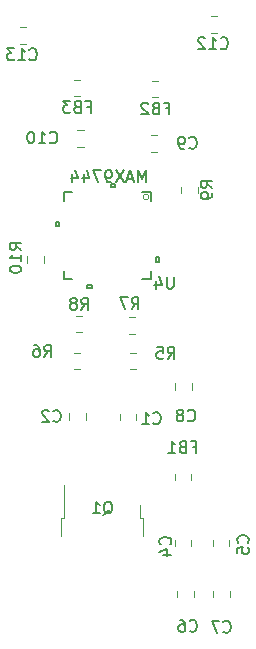
<source format=gbr>
G04 #@! TF.GenerationSoftware,KiCad,Pcbnew,(6.0.7)*
G04 #@! TF.CreationDate,2022-08-21T18:19:36-05:00*
G04 #@! TF.ProjectId,ControlBoardT4_22PinSound_PowerAmp,436f6e74-726f-46c4-926f-61726454345f,rev?*
G04 #@! TF.SameCoordinates,Original*
G04 #@! TF.FileFunction,Legend,Bot*
G04 #@! TF.FilePolarity,Positive*
%FSLAX46Y46*%
G04 Gerber Fmt 4.6, Leading zero omitted, Abs format (unit mm)*
G04 Created by KiCad (PCBNEW (6.0.7)) date 2022-08-21 18:19:36*
%MOMM*%
%LPD*%
G01*
G04 APERTURE LIST*
%ADD10C,0.150000*%
%ADD11C,0.120000*%
%ADD12C,0.152400*%
G04 APERTURE END LIST*
D10*
X119885020Y-98093022D02*
X119408830Y-97759689D01*
X119885020Y-97521594D02*
X118885020Y-97521594D01*
X118885020Y-97902546D01*
X118932640Y-97997784D01*
X118980259Y-98045403D01*
X119075497Y-98093022D01*
X119218354Y-98093022D01*
X119313592Y-98045403D01*
X119361211Y-97997784D01*
X119408830Y-97902546D01*
X119408830Y-97521594D01*
X119885020Y-99045403D02*
X119885020Y-98473975D01*
X119885020Y-98759689D02*
X118885020Y-98759689D01*
X119027878Y-98664451D01*
X119123116Y-98569213D01*
X119170735Y-98473975D01*
X118885020Y-99664451D02*
X118885020Y-99759689D01*
X118932640Y-99854927D01*
X118980259Y-99902546D01*
X119075497Y-99950165D01*
X119265973Y-99997784D01*
X119504068Y-99997784D01*
X119694544Y-99950165D01*
X119789782Y-99902546D01*
X119837401Y-99854927D01*
X119885020Y-99759689D01*
X119885020Y-99664451D01*
X119837401Y-99569213D01*
X119789782Y-99521594D01*
X119694544Y-99473975D01*
X119504068Y-99426356D01*
X119265973Y-99426356D01*
X119075497Y-99473975D01*
X118980259Y-99521594D01*
X118932640Y-99569213D01*
X118885020Y-99664451D01*
X132761904Y-100352380D02*
X132761904Y-101161904D01*
X132714285Y-101257142D01*
X132666666Y-101304761D01*
X132571428Y-101352380D01*
X132380952Y-101352380D01*
X132285714Y-101304761D01*
X132238095Y-101257142D01*
X132190476Y-101161904D01*
X132190476Y-100352380D01*
X131285714Y-100685714D02*
X131285714Y-101352380D01*
X131523809Y-100304761D02*
X131761904Y-101019047D01*
X131142857Y-101019047D01*
X130442857Y-92352380D02*
X130442857Y-91352380D01*
X130109523Y-92066666D01*
X129776190Y-91352380D01*
X129776190Y-92352380D01*
X129347619Y-92066666D02*
X128871428Y-92066666D01*
X129442857Y-92352380D02*
X129109523Y-91352380D01*
X128776190Y-92352380D01*
X128538095Y-91352380D02*
X127871428Y-92352380D01*
X127871428Y-91352380D02*
X128538095Y-92352380D01*
X127442857Y-92352380D02*
X127252380Y-92352380D01*
X127157142Y-92304761D01*
X127109523Y-92257142D01*
X127014285Y-92114285D01*
X126966666Y-91923809D01*
X126966666Y-91542857D01*
X127014285Y-91447619D01*
X127061904Y-91400000D01*
X127157142Y-91352380D01*
X127347619Y-91352380D01*
X127442857Y-91400000D01*
X127490476Y-91447619D01*
X127538095Y-91542857D01*
X127538095Y-91780952D01*
X127490476Y-91876190D01*
X127442857Y-91923809D01*
X127347619Y-91971428D01*
X127157142Y-91971428D01*
X127061904Y-91923809D01*
X127014285Y-91876190D01*
X126966666Y-91780952D01*
X126633333Y-91352380D02*
X125966666Y-91352380D01*
X126395238Y-92352380D01*
X125157142Y-91685714D02*
X125157142Y-92352380D01*
X125395238Y-91304761D02*
X125633333Y-92019047D01*
X125014285Y-92019047D01*
X124204761Y-91685714D02*
X124204761Y-92352380D01*
X124442857Y-91304761D02*
X124680952Y-92019047D01*
X124061904Y-92019047D01*
X136052380Y-92813333D02*
X135576190Y-92480000D01*
X136052380Y-92241904D02*
X135052380Y-92241904D01*
X135052380Y-92622857D01*
X135100000Y-92718095D01*
X135147619Y-92765714D01*
X135242857Y-92813333D01*
X135385714Y-92813333D01*
X135480952Y-92765714D01*
X135528571Y-92718095D01*
X135576190Y-92622857D01*
X135576190Y-92241904D01*
X136052380Y-93289523D02*
X136052380Y-93480000D01*
X136004761Y-93575238D01*
X135957142Y-93622857D01*
X135814285Y-93718095D01*
X135623809Y-93765714D01*
X135242857Y-93765714D01*
X135147619Y-93718095D01*
X135100000Y-93670476D01*
X135052380Y-93575238D01*
X135052380Y-93384761D01*
X135100000Y-93289523D01*
X135147619Y-93241904D01*
X135242857Y-93194285D01*
X135480952Y-93194285D01*
X135576190Y-93241904D01*
X135623809Y-93289523D01*
X135671428Y-93384761D01*
X135671428Y-93575238D01*
X135623809Y-93670476D01*
X135576190Y-93718095D01*
X135480952Y-93765714D01*
X124951086Y-103161820D02*
X125284420Y-102685630D01*
X125522515Y-103161820D02*
X125522515Y-102161820D01*
X125141562Y-102161820D01*
X125046324Y-102209440D01*
X124998705Y-102257059D01*
X124951086Y-102352297D01*
X124951086Y-102495154D01*
X124998705Y-102590392D01*
X125046324Y-102638011D01*
X125141562Y-102685630D01*
X125522515Y-102685630D01*
X124379658Y-102590392D02*
X124474896Y-102542773D01*
X124522515Y-102495154D01*
X124570134Y-102399916D01*
X124570134Y-102352297D01*
X124522515Y-102257059D01*
X124474896Y-102209440D01*
X124379658Y-102161820D01*
X124189181Y-102161820D01*
X124093943Y-102209440D01*
X124046324Y-102257059D01*
X123998705Y-102352297D01*
X123998705Y-102399916D01*
X124046324Y-102495154D01*
X124093943Y-102542773D01*
X124189181Y-102590392D01*
X124379658Y-102590392D01*
X124474896Y-102638011D01*
X124522515Y-102685630D01*
X124570134Y-102780868D01*
X124570134Y-102971344D01*
X124522515Y-103066582D01*
X124474896Y-103114201D01*
X124379658Y-103161820D01*
X124189181Y-103161820D01*
X124093943Y-103114201D01*
X124046324Y-103066582D01*
X123998705Y-102971344D01*
X123998705Y-102780868D01*
X124046324Y-102685630D01*
X124093943Y-102638011D01*
X124189181Y-102590392D01*
X121824346Y-107130840D02*
X122157680Y-106654650D01*
X122395775Y-107130840D02*
X122395775Y-106130840D01*
X122014822Y-106130840D01*
X121919584Y-106178460D01*
X121871965Y-106226079D01*
X121824346Y-106321317D01*
X121824346Y-106464174D01*
X121871965Y-106559412D01*
X121919584Y-106607031D01*
X122014822Y-106654650D01*
X122395775Y-106654650D01*
X120967203Y-106130840D02*
X121157680Y-106130840D01*
X121252918Y-106178460D01*
X121300537Y-106226079D01*
X121395775Y-106368936D01*
X121443394Y-106559412D01*
X121443394Y-106940364D01*
X121395775Y-107035602D01*
X121348156Y-107083221D01*
X121252918Y-107130840D01*
X121062441Y-107130840D01*
X120967203Y-107083221D01*
X120919584Y-107035602D01*
X120871965Y-106940364D01*
X120871965Y-106702269D01*
X120919584Y-106607031D01*
X120967203Y-106559412D01*
X121062441Y-106511793D01*
X121252918Y-106511793D01*
X121348156Y-106559412D01*
X121395775Y-106607031D01*
X121443394Y-106702269D01*
X129205586Y-103097320D02*
X129538920Y-102621130D01*
X129777015Y-103097320D02*
X129777015Y-102097320D01*
X129396062Y-102097320D01*
X129300824Y-102144940D01*
X129253205Y-102192559D01*
X129205586Y-102287797D01*
X129205586Y-102430654D01*
X129253205Y-102525892D01*
X129300824Y-102573511D01*
X129396062Y-102621130D01*
X129777015Y-102621130D01*
X128872253Y-102097320D02*
X128205586Y-102097320D01*
X128634158Y-103097320D01*
X126830378Y-120489959D02*
X126925616Y-120442340D01*
X127020854Y-120347101D01*
X127163711Y-120204244D01*
X127258949Y-120156625D01*
X127354187Y-120156625D01*
X127306568Y-120394720D02*
X127401806Y-120347101D01*
X127497044Y-120251863D01*
X127544663Y-120061387D01*
X127544663Y-119728054D01*
X127497044Y-119537578D01*
X127401806Y-119442340D01*
X127306568Y-119394720D01*
X127116092Y-119394720D01*
X127020854Y-119442340D01*
X126925616Y-119537578D01*
X126877997Y-119728054D01*
X126877997Y-120061387D01*
X126925616Y-120251863D01*
X127020854Y-120347101D01*
X127116092Y-120394720D01*
X127306568Y-120394720D01*
X125925616Y-120394720D02*
X126497044Y-120394720D01*
X126211330Y-120394720D02*
X126211330Y-119394720D01*
X126306568Y-119537578D01*
X126401806Y-119632816D01*
X126497044Y-119680435D01*
X132271366Y-107290860D02*
X132604700Y-106814670D01*
X132842795Y-107290860D02*
X132842795Y-106290860D01*
X132461842Y-106290860D01*
X132366604Y-106338480D01*
X132318985Y-106386099D01*
X132271366Y-106481337D01*
X132271366Y-106624194D01*
X132318985Y-106719432D01*
X132366604Y-106767051D01*
X132461842Y-106814670D01*
X132842795Y-106814670D01*
X131366604Y-106290860D02*
X131842795Y-106290860D01*
X131890414Y-106767051D01*
X131842795Y-106719432D01*
X131747557Y-106671813D01*
X131509461Y-106671813D01*
X131414223Y-106719432D01*
X131366604Y-106767051D01*
X131318985Y-106862289D01*
X131318985Y-107100384D01*
X131366604Y-107195622D01*
X131414223Y-107243241D01*
X131509461Y-107290860D01*
X131747557Y-107290860D01*
X131842795Y-107243241D01*
X131890414Y-107195622D01*
X132084593Y-86086371D02*
X132417926Y-86086371D01*
X132417926Y-86610180D02*
X132417926Y-85610180D01*
X131941736Y-85610180D01*
X131227450Y-86086371D02*
X131084593Y-86133990D01*
X131036974Y-86181609D01*
X130989355Y-86276847D01*
X130989355Y-86419704D01*
X131036974Y-86514942D01*
X131084593Y-86562561D01*
X131179831Y-86610180D01*
X131560783Y-86610180D01*
X131560783Y-85610180D01*
X131227450Y-85610180D01*
X131132212Y-85657800D01*
X131084593Y-85705419D01*
X131036974Y-85800657D01*
X131036974Y-85895895D01*
X131084593Y-85991133D01*
X131132212Y-86038752D01*
X131227450Y-86086371D01*
X131560783Y-86086371D01*
X130608402Y-85705419D02*
X130560783Y-85657800D01*
X130465545Y-85610180D01*
X130227450Y-85610180D01*
X130132212Y-85657800D01*
X130084593Y-85705419D01*
X130036974Y-85800657D01*
X130036974Y-85895895D01*
X130084593Y-86038752D01*
X130656021Y-86610180D01*
X130036974Y-86610180D01*
X136980526Y-130390902D02*
X137028145Y-130438521D01*
X137171002Y-130486140D01*
X137266240Y-130486140D01*
X137409098Y-130438521D01*
X137504336Y-130343283D01*
X137551955Y-130248045D01*
X137599574Y-130057569D01*
X137599574Y-129914712D01*
X137551955Y-129724236D01*
X137504336Y-129628998D01*
X137409098Y-129533760D01*
X137266240Y-129486140D01*
X137171002Y-129486140D01*
X137028145Y-129533760D01*
X136980526Y-129581379D01*
X136647193Y-129486140D02*
X135980526Y-129486140D01*
X136409098Y-130486140D01*
X122297997Y-88960962D02*
X122345616Y-89008581D01*
X122488473Y-89056200D01*
X122583711Y-89056200D01*
X122726568Y-89008581D01*
X122821806Y-88913343D01*
X122869425Y-88818105D01*
X122917044Y-88627629D01*
X122917044Y-88484772D01*
X122869425Y-88294296D01*
X122821806Y-88199058D01*
X122726568Y-88103820D01*
X122583711Y-88056200D01*
X122488473Y-88056200D01*
X122345616Y-88103820D01*
X122297997Y-88151439D01*
X121345616Y-89056200D02*
X121917044Y-89056200D01*
X121631330Y-89056200D02*
X121631330Y-88056200D01*
X121726568Y-88199058D01*
X121821806Y-88294296D01*
X121917044Y-88341915D01*
X120726568Y-88056200D02*
X120631330Y-88056200D01*
X120536092Y-88103820D01*
X120488473Y-88151439D01*
X120440854Y-88246677D01*
X120393235Y-88437153D01*
X120393235Y-88675248D01*
X120440854Y-88865724D01*
X120488473Y-88960962D01*
X120536092Y-89008581D01*
X120631330Y-89056200D01*
X120726568Y-89056200D01*
X120821806Y-89008581D01*
X120869425Y-88960962D01*
X120917044Y-88865724D01*
X120964663Y-88675248D01*
X120964663Y-88437153D01*
X120917044Y-88246677D01*
X120869425Y-88151439D01*
X120821806Y-88103820D01*
X120726568Y-88056200D01*
X133975706Y-112501682D02*
X134023325Y-112549301D01*
X134166182Y-112596920D01*
X134261420Y-112596920D01*
X134404278Y-112549301D01*
X134499516Y-112454063D01*
X134547135Y-112358825D01*
X134594754Y-112168349D01*
X134594754Y-112025492D01*
X134547135Y-111835016D01*
X134499516Y-111739778D01*
X134404278Y-111644540D01*
X134261420Y-111596920D01*
X134166182Y-111596920D01*
X134023325Y-111644540D01*
X133975706Y-111692159D01*
X133404278Y-112025492D02*
X133499516Y-111977873D01*
X133547135Y-111930254D01*
X133594754Y-111835016D01*
X133594754Y-111787397D01*
X133547135Y-111692159D01*
X133499516Y-111644540D01*
X133404278Y-111596920D01*
X133213801Y-111596920D01*
X133118563Y-111644540D01*
X133070944Y-111692159D01*
X133023325Y-111787397D01*
X133023325Y-111835016D01*
X133070944Y-111930254D01*
X133118563Y-111977873D01*
X133213801Y-112025492D01*
X133404278Y-112025492D01*
X133499516Y-112073111D01*
X133547135Y-112120730D01*
X133594754Y-112215968D01*
X133594754Y-112406444D01*
X133547135Y-112501682D01*
X133499516Y-112549301D01*
X133404278Y-112596920D01*
X133213801Y-112596920D01*
X133118563Y-112549301D01*
X133070944Y-112501682D01*
X133023325Y-112406444D01*
X133023325Y-112215968D01*
X133070944Y-112120730D01*
X133118563Y-112073111D01*
X133213801Y-112025492D01*
X134102706Y-89413082D02*
X134150325Y-89460701D01*
X134293182Y-89508320D01*
X134388420Y-89508320D01*
X134531278Y-89460701D01*
X134626516Y-89365463D01*
X134674135Y-89270225D01*
X134721754Y-89079749D01*
X134721754Y-88936892D01*
X134674135Y-88746416D01*
X134626516Y-88651178D01*
X134531278Y-88555940D01*
X134388420Y-88508320D01*
X134293182Y-88508320D01*
X134150325Y-88555940D01*
X134102706Y-88603559D01*
X133626516Y-89508320D02*
X133436040Y-89508320D01*
X133340801Y-89460701D01*
X133293182Y-89413082D01*
X133197944Y-89270225D01*
X133150325Y-89079749D01*
X133150325Y-88698797D01*
X133197944Y-88603559D01*
X133245563Y-88555940D01*
X133340801Y-88508320D01*
X133531278Y-88508320D01*
X133626516Y-88555940D01*
X133674135Y-88603559D01*
X133721754Y-88698797D01*
X133721754Y-88936892D01*
X133674135Y-89032130D01*
X133626516Y-89079749D01*
X133531278Y-89127368D01*
X133340801Y-89127368D01*
X133245563Y-89079749D01*
X133197944Y-89032130D01*
X133150325Y-88936892D01*
X139042982Y-122864313D02*
X139090601Y-122816694D01*
X139138220Y-122673837D01*
X139138220Y-122578599D01*
X139090601Y-122435741D01*
X138995363Y-122340503D01*
X138900125Y-122292884D01*
X138709649Y-122245265D01*
X138566792Y-122245265D01*
X138376316Y-122292884D01*
X138281078Y-122340503D01*
X138185840Y-122435741D01*
X138138220Y-122578599D01*
X138138220Y-122673837D01*
X138185840Y-122816694D01*
X138233459Y-122864313D01*
X138138220Y-123769075D02*
X138138220Y-123292884D01*
X138614411Y-123245265D01*
X138566792Y-123292884D01*
X138519173Y-123388122D01*
X138519173Y-123626218D01*
X138566792Y-123721456D01*
X138614411Y-123769075D01*
X138709649Y-123816694D01*
X138947744Y-123816694D01*
X139042982Y-123769075D01*
X139090601Y-123721456D01*
X139138220Y-123626218D01*
X139138220Y-123388122D01*
X139090601Y-123292884D01*
X139042982Y-123245265D01*
X132469462Y-123021793D02*
X132517081Y-122974174D01*
X132564700Y-122831317D01*
X132564700Y-122736079D01*
X132517081Y-122593221D01*
X132421843Y-122497983D01*
X132326605Y-122450364D01*
X132136129Y-122402745D01*
X131993272Y-122402745D01*
X131802796Y-122450364D01*
X131707558Y-122497983D01*
X131612320Y-122593221D01*
X131564700Y-122736079D01*
X131564700Y-122831317D01*
X131612320Y-122974174D01*
X131659939Y-123021793D01*
X131898034Y-123878936D02*
X132564700Y-123878936D01*
X131517081Y-123640840D02*
X132231367Y-123402745D01*
X132231367Y-124021793D01*
X120566657Y-81930242D02*
X120614276Y-81977861D01*
X120757133Y-82025480D01*
X120852371Y-82025480D01*
X120995228Y-81977861D01*
X121090466Y-81882623D01*
X121138085Y-81787385D01*
X121185704Y-81596909D01*
X121185704Y-81454052D01*
X121138085Y-81263576D01*
X121090466Y-81168338D01*
X120995228Y-81073100D01*
X120852371Y-81025480D01*
X120757133Y-81025480D01*
X120614276Y-81073100D01*
X120566657Y-81120719D01*
X119614276Y-82025480D02*
X120185704Y-82025480D01*
X119899990Y-82025480D02*
X119899990Y-81025480D01*
X119995228Y-81168338D01*
X120090466Y-81263576D01*
X120185704Y-81311195D01*
X119280942Y-81025480D02*
X118661895Y-81025480D01*
X118995228Y-81406433D01*
X118852371Y-81406433D01*
X118757133Y-81454052D01*
X118709514Y-81501671D01*
X118661895Y-81596909D01*
X118661895Y-81835004D01*
X118709514Y-81930242D01*
X118757133Y-81977861D01*
X118852371Y-82025480D01*
X119138085Y-82025480D01*
X119233323Y-81977861D01*
X119280942Y-81930242D01*
X131059786Y-112734202D02*
X131107405Y-112781821D01*
X131250262Y-112829440D01*
X131345500Y-112829440D01*
X131488358Y-112781821D01*
X131583596Y-112686583D01*
X131631215Y-112591345D01*
X131678834Y-112400869D01*
X131678834Y-112258012D01*
X131631215Y-112067536D01*
X131583596Y-111972298D01*
X131488358Y-111877060D01*
X131345500Y-111829440D01*
X131250262Y-111829440D01*
X131107405Y-111877060D01*
X131059786Y-111924679D01*
X130107405Y-112829440D02*
X130678834Y-112829440D01*
X130393120Y-112829440D02*
X130393120Y-111829440D01*
X130488358Y-111972298D01*
X130583596Y-112067536D01*
X130678834Y-112115155D01*
X134373133Y-114737571D02*
X134706466Y-114737571D01*
X134706466Y-115261380D02*
X134706466Y-114261380D01*
X134230276Y-114261380D01*
X133515990Y-114737571D02*
X133373133Y-114785190D01*
X133325514Y-114832809D01*
X133277895Y-114928047D01*
X133277895Y-115070904D01*
X133325514Y-115166142D01*
X133373133Y-115213761D01*
X133468371Y-115261380D01*
X133849323Y-115261380D01*
X133849323Y-114261380D01*
X133515990Y-114261380D01*
X133420752Y-114309000D01*
X133373133Y-114356619D01*
X133325514Y-114451857D01*
X133325514Y-114547095D01*
X133373133Y-114642333D01*
X133420752Y-114689952D01*
X133515990Y-114737571D01*
X133849323Y-114737571D01*
X132325514Y-115261380D02*
X132896942Y-115261380D01*
X132611228Y-115261380D02*
X132611228Y-114261380D01*
X132706466Y-114404238D01*
X132801704Y-114499476D01*
X132896942Y-114547095D01*
X125447573Y-85943131D02*
X125780906Y-85943131D01*
X125780906Y-86466940D02*
X125780906Y-85466940D01*
X125304716Y-85466940D01*
X124590430Y-85943131D02*
X124447573Y-85990750D01*
X124399954Y-86038369D01*
X124352335Y-86133607D01*
X124352335Y-86276464D01*
X124399954Y-86371702D01*
X124447573Y-86419321D01*
X124542811Y-86466940D01*
X124923763Y-86466940D01*
X124923763Y-85466940D01*
X124590430Y-85466940D01*
X124495192Y-85514560D01*
X124447573Y-85562179D01*
X124399954Y-85657417D01*
X124399954Y-85752655D01*
X124447573Y-85847893D01*
X124495192Y-85895512D01*
X124590430Y-85943131D01*
X124923763Y-85943131D01*
X124019001Y-85466940D02*
X123399954Y-85466940D01*
X123733287Y-85847893D01*
X123590430Y-85847893D01*
X123495192Y-85895512D01*
X123447573Y-85943131D01*
X123399954Y-86038369D01*
X123399954Y-86276464D01*
X123447573Y-86371702D01*
X123495192Y-86419321D01*
X123590430Y-86466940D01*
X123876144Y-86466940D01*
X123971382Y-86419321D01*
X124019001Y-86371702D01*
X134125566Y-130312162D02*
X134173185Y-130359781D01*
X134316042Y-130407400D01*
X134411280Y-130407400D01*
X134554138Y-130359781D01*
X134649376Y-130264543D01*
X134696995Y-130169305D01*
X134744614Y-129978829D01*
X134744614Y-129835972D01*
X134696995Y-129645496D01*
X134649376Y-129550258D01*
X134554138Y-129455020D01*
X134411280Y-129407400D01*
X134316042Y-129407400D01*
X134173185Y-129455020D01*
X134125566Y-129502639D01*
X133268423Y-129407400D02*
X133458900Y-129407400D01*
X133554138Y-129455020D01*
X133601757Y-129502639D01*
X133696995Y-129645496D01*
X133744614Y-129835972D01*
X133744614Y-130216924D01*
X133696995Y-130312162D01*
X133649376Y-130359781D01*
X133554138Y-130407400D01*
X133363661Y-130407400D01*
X133268423Y-130359781D01*
X133220804Y-130312162D01*
X133173185Y-130216924D01*
X133173185Y-129978829D01*
X133220804Y-129883591D01*
X133268423Y-129835972D01*
X133363661Y-129788353D01*
X133554138Y-129788353D01*
X133649376Y-129835972D01*
X133696995Y-129883591D01*
X133744614Y-129978829D01*
X122588886Y-112537242D02*
X122636505Y-112584861D01*
X122779362Y-112632480D01*
X122874600Y-112632480D01*
X123017458Y-112584861D01*
X123112696Y-112489623D01*
X123160315Y-112394385D01*
X123207934Y-112203909D01*
X123207934Y-112061052D01*
X123160315Y-111870576D01*
X123112696Y-111775338D01*
X123017458Y-111680100D01*
X122874600Y-111632480D01*
X122779362Y-111632480D01*
X122636505Y-111680100D01*
X122588886Y-111727719D01*
X122207934Y-111727719D02*
X122160315Y-111680100D01*
X122065077Y-111632480D01*
X121826981Y-111632480D01*
X121731743Y-111680100D01*
X121684124Y-111727719D01*
X121636505Y-111822957D01*
X121636505Y-111918195D01*
X121684124Y-112061052D01*
X122255553Y-112632480D01*
X121636505Y-112632480D01*
X136741257Y-80982742D02*
X136788876Y-81030361D01*
X136931733Y-81077980D01*
X137026971Y-81077980D01*
X137169828Y-81030361D01*
X137265066Y-80935123D01*
X137312685Y-80839885D01*
X137360304Y-80649409D01*
X137360304Y-80506552D01*
X137312685Y-80316076D01*
X137265066Y-80220838D01*
X137169828Y-80125600D01*
X137026971Y-80077980D01*
X136931733Y-80077980D01*
X136788876Y-80125600D01*
X136741257Y-80173219D01*
X135788876Y-81077980D02*
X136360304Y-81077980D01*
X136074590Y-81077980D02*
X136074590Y-80077980D01*
X136169828Y-80220838D01*
X136265066Y-80316076D01*
X136360304Y-80363695D01*
X135407923Y-80173219D02*
X135360304Y-80125600D01*
X135265066Y-80077980D01*
X135026971Y-80077980D01*
X134931733Y-80125600D01*
X134884114Y-80173219D01*
X134836495Y-80268457D01*
X134836495Y-80363695D01*
X134884114Y-80506552D01*
X135455542Y-81077980D01*
X134836495Y-81077980D01*
D11*
X120355860Y-99157152D02*
X120355860Y-98634648D01*
X121775860Y-99157152D02*
X121775860Y-98634648D01*
D12*
X130833000Y-100583000D02*
X130109740Y-100583000D01*
X130833000Y-99859740D02*
X130833000Y-100583000D01*
X131264800Y-99090501D02*
X131264800Y-98709501D01*
X125459500Y-101268800D02*
X125459500Y-101014800D01*
X122781200Y-95709499D02*
X122781200Y-96090499D01*
X131518800Y-99090501D02*
X131264800Y-99090501D01*
X131264800Y-98709501D02*
X131518800Y-98709501D01*
X127459499Y-92785200D02*
X127840499Y-92785200D01*
X123467000Y-93217000D02*
X124190260Y-93217000D01*
X130109740Y-93217000D02*
X130833000Y-93217000D01*
X127840499Y-92531200D02*
X127459499Y-92531200D01*
X123035200Y-96090499D02*
X123035200Y-95709499D01*
X122781200Y-96090499D02*
X123035200Y-96090499D01*
X131518800Y-98709501D02*
X131518800Y-99090501D01*
X130833000Y-93217000D02*
X130833000Y-93940260D01*
X127840499Y-92785200D02*
X127840499Y-92531200D01*
X125840500Y-101014800D02*
X125840500Y-101268800D01*
X125840500Y-101268800D02*
X125459500Y-101268800D01*
X123467000Y-100583000D02*
X123467000Y-99859740D01*
X125459500Y-101014800D02*
X125840500Y-101014800D01*
X124190260Y-100583000D02*
X123467000Y-100583000D01*
X123467000Y-93940260D02*
X123467000Y-93217000D01*
X123035200Y-95709499D02*
X122781200Y-95709499D01*
X127459499Y-92531200D02*
X127459499Y-92785200D01*
D11*
X130659735Y-93600540D02*
G75*
G03*
X130659735Y-93600540I-230595J0D01*
G01*
X134834000Y-93260652D02*
X134834000Y-92738148D01*
X133414000Y-93260652D02*
X133414000Y-92738148D01*
X125045672Y-103649440D02*
X124523168Y-103649440D01*
X125045672Y-105069440D02*
X124523168Y-105069440D01*
X124819612Y-106771100D02*
X124297108Y-106771100D01*
X124819612Y-108191100D02*
X124297108Y-108191100D01*
X129006268Y-103738340D02*
X129528772Y-103738340D01*
X129006268Y-105158340D02*
X129528772Y-105158340D01*
X123258200Y-120781400D02*
X123528200Y-120781400D01*
X129888200Y-120781400D02*
X129888200Y-119681400D01*
X123258200Y-122281400D02*
X123258200Y-120781400D01*
X123528200Y-120781400D02*
X123528200Y-117951400D01*
X130158200Y-120781400D02*
X129888200Y-120781400D01*
X130158200Y-122281400D02*
X130158200Y-120781400D01*
X129579572Y-108191100D02*
X129057068Y-108191100D01*
X129579572Y-106771100D02*
X129057068Y-106771100D01*
X131487112Y-85166000D02*
X130964608Y-85166000D01*
X131487112Y-83746000D02*
X130964608Y-83746000D01*
X136101320Y-126975968D02*
X136101320Y-127498472D01*
X137521320Y-126975968D02*
X137521320Y-127498472D01*
X125142192Y-87944620D02*
X124619688Y-87944620D01*
X125142192Y-89364620D02*
X124619688Y-89364620D01*
X134328540Y-109381388D02*
X134328540Y-109903892D01*
X132908540Y-109381388D02*
X132908540Y-109903892D01*
X130845228Y-88391660D02*
X131367732Y-88391660D01*
X130845228Y-89811660D02*
X131367732Y-89811660D01*
X137491840Y-122667868D02*
X137491840Y-123190372D01*
X136071840Y-122667868D02*
X136071840Y-123190372D01*
X134266040Y-122667868D02*
X134266040Y-123190372D01*
X132846040Y-122667868D02*
X132846040Y-123190372D01*
X120261252Y-79186700D02*
X119738748Y-79186700D01*
X120261252Y-80606700D02*
X119738748Y-80606700D01*
X128201920Y-111979808D02*
X128201920Y-112502312D01*
X129621920Y-111979808D02*
X129621920Y-112502312D01*
X132855200Y-117062348D02*
X132855200Y-117584852D01*
X134275200Y-117062348D02*
X134275200Y-117584852D01*
X124352988Y-85074560D02*
X124875492Y-85074560D01*
X124352988Y-83654560D02*
X124875492Y-83654560D01*
X134475860Y-126935328D02*
X134475860Y-127457832D01*
X133055860Y-126935328D02*
X133055860Y-127457832D01*
X125367420Y-111918848D02*
X125367420Y-112441352D01*
X123947420Y-111918848D02*
X123947420Y-112441352D01*
X136461252Y-79710000D02*
X135938748Y-79710000D01*
X136461252Y-78290000D02*
X135938748Y-78290000D01*
M02*

</source>
